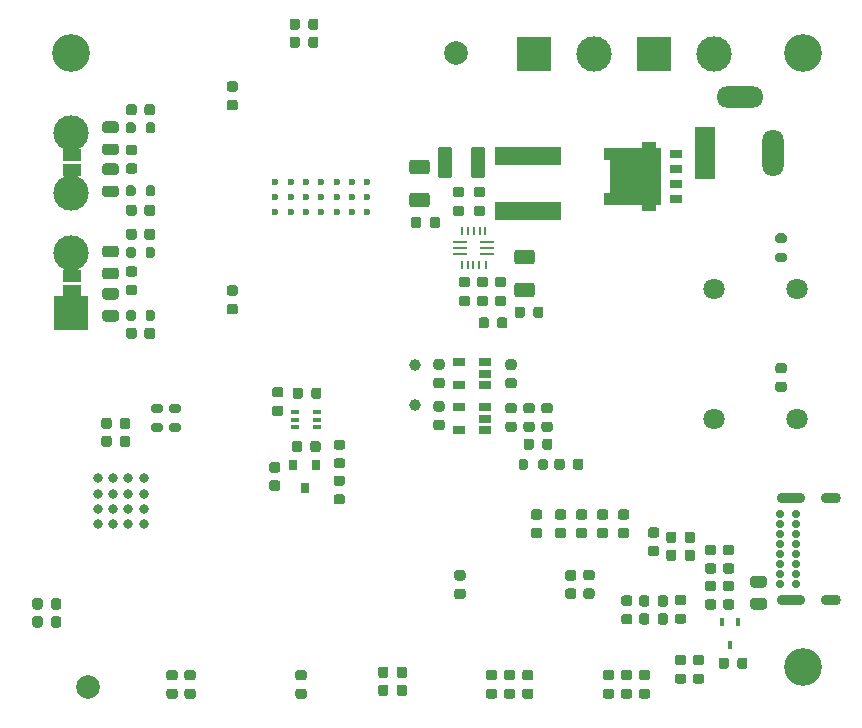
<source format=gbr>
G04 #@! TF.GenerationSoftware,KiCad,Pcbnew,(5.1.9)-1*
G04 #@! TF.CreationDate,2021-01-15T23:01:50+01:00*
G04 #@! TF.ProjectId,musical-box,6d757369-6361-46c2-9d62-6f782e6b6963,rev?*
G04 #@! TF.SameCoordinates,Original*
G04 #@! TF.FileFunction,Soldermask,Bot*
G04 #@! TF.FilePolarity,Negative*
%FSLAX46Y46*%
G04 Gerber Fmt 4.6, Leading zero omitted, Abs format (unit mm)*
G04 Created by KiCad (PCBNEW (5.1.9)-1) date 2021-01-15 23:01:50*
%MOMM*%
%LPD*%
G01*
G04 APERTURE LIST*
%ADD10C,0.010000*%
%ADD11C,1.800000*%
%ADD12C,0.600000*%
%ADD13C,0.800000*%
%ADD14C,3.000000*%
%ADD15R,3.000000X3.000000*%
%ADD16O,1.700000X0.900000*%
%ADD17O,2.400000X0.900000*%
%ADD18C,0.700000*%
%ADD19R,0.450000X0.700000*%
%ADD20R,1.000000X0.750000*%
%ADD21R,1.500000X1.000000*%
%ADD22C,3.200000*%
%ADD23R,0.800000X0.900000*%
%ADD24R,1.060000X0.650000*%
%ADD25R,0.250000X0.750000*%
%ADD26R,1.300000X0.250000*%
%ADD27R,0.650000X0.400000*%
%ADD28C,1.000000*%
%ADD29R,5.700000X1.600000*%
%ADD30R,1.800000X4.400000*%
%ADD31O,1.800000X4.000000*%
%ADD32O,4.000000X1.800000*%
%ADD33C,2.000000*%
G04 APERTURE END LIST*
D10*
G36*
X403893000Y-141826000D02*
G01*
X403893000Y-137066000D01*
X403468000Y-137066000D01*
X403468000Y-136571000D01*
X402363000Y-136571000D01*
X402363000Y-137066000D01*
X399163000Y-137066000D01*
X399163000Y-138016000D01*
X399638000Y-138016000D01*
X399638000Y-140876000D01*
X399163000Y-140876000D01*
X399163000Y-141826000D01*
X402363000Y-141826000D01*
X402363000Y-142321000D01*
X403468000Y-142321000D01*
X403468000Y-141826000D01*
X403893000Y-141826000D01*
G37*
X403893000Y-141826000D02*
X403893000Y-137066000D01*
X403468000Y-137066000D01*
X403468000Y-136571000D01*
X402363000Y-136571000D01*
X402363000Y-137066000D01*
X399163000Y-137066000D01*
X399163000Y-138016000D01*
X399638000Y-138016000D01*
X399638000Y-140876000D01*
X399163000Y-140876000D01*
X399163000Y-141826000D01*
X402363000Y-141826000D01*
X402363000Y-142321000D01*
X403468000Y-142321000D01*
X403468000Y-141826000D01*
X403893000Y-141826000D01*
D11*
X408451600Y-160000000D03*
X415451600Y-160000000D03*
X408451600Y-149000000D03*
X415451600Y-149000000D03*
D12*
X379115800Y-141196500D03*
X379115800Y-142496500D03*
X379115800Y-139896500D03*
X377815800Y-141196500D03*
X377815800Y-142496500D03*
X377815800Y-139896500D03*
X376515800Y-141196500D03*
X376515800Y-142496500D03*
X376515800Y-139896500D03*
X375215800Y-141196500D03*
X375215800Y-142496500D03*
X375215800Y-139896500D03*
X373915800Y-141196500D03*
X373915800Y-142496500D03*
X373915800Y-139896500D03*
X372615800Y-141196500D03*
X372615800Y-142496500D03*
X372615800Y-139896500D03*
X371315800Y-142496500D03*
X371315800Y-141196500D03*
X371315800Y-139896500D03*
D13*
X357567000Y-166304000D03*
X360167000Y-166304000D03*
X358867000Y-166304000D03*
X356267000Y-166304000D03*
X358867000Y-165004000D03*
X357567000Y-165004000D03*
X360167000Y-165004000D03*
X356267000Y-165004000D03*
X357567000Y-167604000D03*
X360167000Y-167604000D03*
X358867000Y-167604000D03*
X356267000Y-167604000D03*
X360167000Y-168904000D03*
X358867000Y-168904000D03*
X357567000Y-168904000D03*
X356267000Y-168904000D03*
D14*
X398260000Y-129120000D03*
D15*
X393180000Y-129120000D03*
G36*
G01*
X392715000Y-163555000D02*
X392715000Y-164105000D01*
G75*
G02*
X392515000Y-164305000I-200000J0D01*
G01*
X392115000Y-164305000D01*
G75*
G02*
X391915000Y-164105000I0J200000D01*
G01*
X391915000Y-163555000D01*
G75*
G02*
X392115000Y-163355000I200000J0D01*
G01*
X392515000Y-163355000D01*
G75*
G02*
X392715000Y-163555000I0J-200000D01*
G01*
G37*
G36*
G01*
X394365000Y-163555000D02*
X394365000Y-164105000D01*
G75*
G02*
X394165000Y-164305000I-200000J0D01*
G01*
X393765000Y-164305000D01*
G75*
G02*
X393565000Y-164105000I0J200000D01*
G01*
X393565000Y-163555000D01*
G75*
G02*
X393765000Y-163355000I200000J0D01*
G01*
X394165000Y-163355000D01*
G75*
G02*
X394365000Y-163555000I0J-200000D01*
G01*
G37*
G36*
G01*
X414410000Y-145078000D02*
X413860000Y-145078000D01*
G75*
G02*
X413660000Y-144878000I0J200000D01*
G01*
X413660000Y-144478000D01*
G75*
G02*
X413860000Y-144278000I200000J0D01*
G01*
X414410000Y-144278000D01*
G75*
G02*
X414610000Y-144478000I0J-200000D01*
G01*
X414610000Y-144878000D01*
G75*
G02*
X414410000Y-145078000I-200000J0D01*
G01*
G37*
G36*
G01*
X414410000Y-146728000D02*
X413860000Y-146728000D01*
G75*
G02*
X413660000Y-146528000I0J200000D01*
G01*
X413660000Y-146128000D01*
G75*
G02*
X413860000Y-145928000I200000J0D01*
G01*
X414410000Y-145928000D01*
G75*
G02*
X414610000Y-146128000I0J-200000D01*
G01*
X414610000Y-146528000D01*
G75*
G02*
X414410000Y-146728000I-200000J0D01*
G01*
G37*
G36*
G01*
X405882250Y-180840000D02*
X405369750Y-180840000D01*
G75*
G02*
X405151000Y-180621250I0J218750D01*
G01*
X405151000Y-180183750D01*
G75*
G02*
X405369750Y-179965000I218750J0D01*
G01*
X405882250Y-179965000D01*
G75*
G02*
X406101000Y-180183750I0J-218750D01*
G01*
X406101000Y-180621250D01*
G75*
G02*
X405882250Y-180840000I-218750J0D01*
G01*
G37*
G36*
G01*
X405882250Y-182415000D02*
X405369750Y-182415000D01*
G75*
G02*
X405151000Y-182196250I0J218750D01*
G01*
X405151000Y-181758750D01*
G75*
G02*
X405369750Y-181540000I218750J0D01*
G01*
X405882250Y-181540000D01*
G75*
G02*
X406101000Y-181758750I0J-218750D01*
G01*
X406101000Y-182196250D01*
G75*
G02*
X405882250Y-182415000I-218750J0D01*
G01*
G37*
D16*
X418380000Y-166700000D03*
X418380000Y-175350000D03*
D17*
X415000000Y-166700000D03*
X415000000Y-175350000D03*
D18*
X415370000Y-170600000D03*
X415370000Y-168050000D03*
X415370000Y-168900000D03*
X415370000Y-169750000D03*
X415370000Y-174000000D03*
X415370000Y-172300000D03*
X415370000Y-171450000D03*
X415370000Y-173150000D03*
X414020000Y-168050000D03*
X414020000Y-168900000D03*
X414020000Y-169750000D03*
X414020000Y-170600000D03*
X414020000Y-171450000D03*
X414020000Y-172300000D03*
X414020000Y-173150000D03*
X414020000Y-174000000D03*
D14*
X354000000Y-135760000D03*
D15*
X354000000Y-151000000D03*
D14*
X354000000Y-140840000D03*
X354000000Y-145920000D03*
D19*
X409817000Y-179141000D03*
X410467000Y-177141000D03*
X409167000Y-177141000D03*
G36*
G01*
X380892000Y-182711750D02*
X380892000Y-183224250D01*
G75*
G02*
X380673250Y-183443000I-218750J0D01*
G01*
X380235750Y-183443000D01*
G75*
G02*
X380017000Y-183224250I0J218750D01*
G01*
X380017000Y-182711750D01*
G75*
G02*
X380235750Y-182493000I218750J0D01*
G01*
X380673250Y-182493000D01*
G75*
G02*
X380892000Y-182711750I0J-218750D01*
G01*
G37*
G36*
G01*
X382467000Y-182711750D02*
X382467000Y-183224250D01*
G75*
G02*
X382248250Y-183443000I-218750J0D01*
G01*
X381810750Y-183443000D01*
G75*
G02*
X381592000Y-183224250I0J218750D01*
G01*
X381592000Y-182711750D01*
G75*
G02*
X381810750Y-182493000I218750J0D01*
G01*
X382248250Y-182493000D01*
G75*
G02*
X382467000Y-182711750I0J-218750D01*
G01*
G37*
G36*
G01*
X380892000Y-181187750D02*
X380892000Y-181700250D01*
G75*
G02*
X380673250Y-181919000I-218750J0D01*
G01*
X380235750Y-181919000D01*
G75*
G02*
X380017000Y-181700250I0J218750D01*
G01*
X380017000Y-181187750D01*
G75*
G02*
X380235750Y-180969000I218750J0D01*
G01*
X380673250Y-180969000D01*
G75*
G02*
X380892000Y-181187750I0J-218750D01*
G01*
G37*
G36*
G01*
X382467000Y-181187750D02*
X382467000Y-181700250D01*
G75*
G02*
X382248250Y-181919000I-218750J0D01*
G01*
X381810750Y-181919000D01*
G75*
G02*
X381592000Y-181700250I0J218750D01*
G01*
X381592000Y-181187750D01*
G75*
G02*
X381810750Y-180969000I218750J0D01*
G01*
X382248250Y-180969000D01*
G75*
G02*
X382467000Y-181187750I0J-218750D01*
G01*
G37*
G36*
G01*
X387206250Y-173667000D02*
X386693750Y-173667000D01*
G75*
G02*
X386475000Y-173448250I0J218750D01*
G01*
X386475000Y-173010750D01*
G75*
G02*
X386693750Y-172792000I218750J0D01*
G01*
X387206250Y-172792000D01*
G75*
G02*
X387425000Y-173010750I0J-218750D01*
G01*
X387425000Y-173448250D01*
G75*
G02*
X387206250Y-173667000I-218750J0D01*
G01*
G37*
G36*
G01*
X387206250Y-175242000D02*
X386693750Y-175242000D01*
G75*
G02*
X386475000Y-175023250I0J218750D01*
G01*
X386475000Y-174585750D01*
G75*
G02*
X386693750Y-174367000I218750J0D01*
G01*
X387206250Y-174367000D01*
G75*
G02*
X387425000Y-174585750I0J-218750D01*
G01*
X387425000Y-175023250D01*
G75*
G02*
X387206250Y-175242000I-218750J0D01*
G01*
G37*
G36*
G01*
X362316750Y-182810000D02*
X362829250Y-182810000D01*
G75*
G02*
X363048000Y-183028750I0J-218750D01*
G01*
X363048000Y-183466250D01*
G75*
G02*
X362829250Y-183685000I-218750J0D01*
G01*
X362316750Y-183685000D01*
G75*
G02*
X362098000Y-183466250I0J218750D01*
G01*
X362098000Y-183028750D01*
G75*
G02*
X362316750Y-182810000I218750J0D01*
G01*
G37*
G36*
G01*
X362316750Y-181235000D02*
X362829250Y-181235000D01*
G75*
G02*
X363048000Y-181453750I0J-218750D01*
G01*
X363048000Y-181891250D01*
G75*
G02*
X362829250Y-182110000I-218750J0D01*
G01*
X362316750Y-182110000D01*
G75*
G02*
X362098000Y-181891250I0J218750D01*
G01*
X362098000Y-181453750D01*
G75*
G02*
X362316750Y-181235000I218750J0D01*
G01*
G37*
G36*
G01*
X402834250Y-182110000D02*
X402321750Y-182110000D01*
G75*
G02*
X402103000Y-181891250I0J218750D01*
G01*
X402103000Y-181453750D01*
G75*
G02*
X402321750Y-181235000I218750J0D01*
G01*
X402834250Y-181235000D01*
G75*
G02*
X403053000Y-181453750I0J-218750D01*
G01*
X403053000Y-181891250D01*
G75*
G02*
X402834250Y-182110000I-218750J0D01*
G01*
G37*
G36*
G01*
X402834250Y-183685000D02*
X402321750Y-183685000D01*
G75*
G02*
X402103000Y-183466250I0J218750D01*
G01*
X402103000Y-183028750D01*
G75*
G02*
X402321750Y-182810000I218750J0D01*
G01*
X402834250Y-182810000D01*
G75*
G02*
X403053000Y-183028750I0J-218750D01*
G01*
X403053000Y-183466250D01*
G75*
G02*
X402834250Y-183685000I-218750J0D01*
G01*
G37*
G36*
G01*
X414391250Y-156138500D02*
X413878750Y-156138500D01*
G75*
G02*
X413660000Y-155919750I0J218750D01*
G01*
X413660000Y-155482250D01*
G75*
G02*
X413878750Y-155263500I218750J0D01*
G01*
X414391250Y-155263500D01*
G75*
G02*
X414610000Y-155482250I0J-218750D01*
G01*
X414610000Y-155919750D01*
G75*
G02*
X414391250Y-156138500I-218750J0D01*
G01*
G37*
G36*
G01*
X414391250Y-157713500D02*
X413878750Y-157713500D01*
G75*
G02*
X413660000Y-157494750I0J218750D01*
G01*
X413660000Y-157057250D01*
G75*
G02*
X413878750Y-156838500I218750J0D01*
G01*
X414391250Y-156838500D01*
G75*
G02*
X414610000Y-157057250I0J-218750D01*
G01*
X414610000Y-157494750D01*
G75*
G02*
X414391250Y-157713500I-218750J0D01*
G01*
G37*
D20*
X405258000Y-137541000D03*
X405258000Y-141351000D03*
X405258000Y-138811000D03*
X405258000Y-140081000D03*
G36*
G01*
X371013000Y-165186000D02*
X371513000Y-165186000D01*
G75*
G02*
X371738000Y-165411000I0J-225000D01*
G01*
X371738000Y-165861000D01*
G75*
G02*
X371513000Y-166086000I-225000J0D01*
G01*
X371013000Y-166086000D01*
G75*
G02*
X370788000Y-165861000I0J225000D01*
G01*
X370788000Y-165411000D01*
G75*
G02*
X371013000Y-165186000I225000J0D01*
G01*
G37*
G36*
G01*
X371013000Y-163636000D02*
X371513000Y-163636000D01*
G75*
G02*
X371738000Y-163861000I0J-225000D01*
G01*
X371738000Y-164311000D01*
G75*
G02*
X371513000Y-164536000I-225000J0D01*
G01*
X371013000Y-164536000D01*
G75*
G02*
X370788000Y-164311000I0J225000D01*
G01*
X370788000Y-163861000D01*
G75*
G02*
X371013000Y-163636000I225000J0D01*
G01*
G37*
G36*
G01*
X396590000Y-173680000D02*
X396090000Y-173680000D01*
G75*
G02*
X395865000Y-173455000I0J225000D01*
G01*
X395865000Y-173005000D01*
G75*
G02*
X396090000Y-172780000I225000J0D01*
G01*
X396590000Y-172780000D01*
G75*
G02*
X396815000Y-173005000I0J-225000D01*
G01*
X396815000Y-173455000D01*
G75*
G02*
X396590000Y-173680000I-225000J0D01*
G01*
G37*
G36*
G01*
X396590000Y-175230000D02*
X396090000Y-175230000D01*
G75*
G02*
X395865000Y-175005000I0J225000D01*
G01*
X395865000Y-174555000D01*
G75*
G02*
X396090000Y-174330000I225000J0D01*
G01*
X396590000Y-174330000D01*
G75*
G02*
X396815000Y-174555000I0J-225000D01*
G01*
X396815000Y-175005000D01*
G75*
G02*
X396590000Y-175230000I-225000J0D01*
G01*
G37*
G36*
G01*
X358163000Y-160618250D02*
X358163000Y-160105750D01*
G75*
G02*
X358381750Y-159887000I218750J0D01*
G01*
X358819250Y-159887000D01*
G75*
G02*
X359038000Y-160105750I0J-218750D01*
G01*
X359038000Y-160618250D01*
G75*
G02*
X358819250Y-160837000I-218750J0D01*
G01*
X358381750Y-160837000D01*
G75*
G02*
X358163000Y-160618250I0J218750D01*
G01*
G37*
G36*
G01*
X356588000Y-160618250D02*
X356588000Y-160105750D01*
G75*
G02*
X356806750Y-159887000I218750J0D01*
G01*
X357244250Y-159887000D01*
G75*
G02*
X357463000Y-160105750I0J-218750D01*
G01*
X357463000Y-160618250D01*
G75*
G02*
X357244250Y-160837000I-218750J0D01*
G01*
X356806750Y-160837000D01*
G75*
G02*
X356588000Y-160618250I0J218750D01*
G01*
G37*
G36*
G01*
X361018500Y-160333000D02*
X361568500Y-160333000D01*
G75*
G02*
X361768500Y-160533000I0J-200000D01*
G01*
X361768500Y-160933000D01*
G75*
G02*
X361568500Y-161133000I-200000J0D01*
G01*
X361018500Y-161133000D01*
G75*
G02*
X360818500Y-160933000I0J200000D01*
G01*
X360818500Y-160533000D01*
G75*
G02*
X361018500Y-160333000I200000J0D01*
G01*
G37*
G36*
G01*
X361018500Y-158683000D02*
X361568500Y-158683000D01*
G75*
G02*
X361768500Y-158883000I0J-200000D01*
G01*
X361768500Y-159283000D01*
G75*
G02*
X361568500Y-159483000I-200000J0D01*
G01*
X361018500Y-159483000D01*
G75*
G02*
X360818500Y-159283000I0J200000D01*
G01*
X360818500Y-158883000D01*
G75*
G02*
X361018500Y-158683000I200000J0D01*
G01*
G37*
G36*
G01*
X362542500Y-160333000D02*
X363092500Y-160333000D01*
G75*
G02*
X363292500Y-160533000I0J-200000D01*
G01*
X363292500Y-160933000D01*
G75*
G02*
X363092500Y-161133000I-200000J0D01*
G01*
X362542500Y-161133000D01*
G75*
G02*
X362342500Y-160933000I0J200000D01*
G01*
X362342500Y-160533000D01*
G75*
G02*
X362542500Y-160333000I200000J0D01*
G01*
G37*
G36*
G01*
X362542500Y-158683000D02*
X363092500Y-158683000D01*
G75*
G02*
X363292500Y-158883000I0J-200000D01*
G01*
X363292500Y-159283000D01*
G75*
G02*
X363092500Y-159483000I-200000J0D01*
G01*
X362542500Y-159483000D01*
G75*
G02*
X362342500Y-159283000I0J200000D01*
G01*
X362342500Y-158883000D01*
G75*
G02*
X362542500Y-158683000I200000J0D01*
G01*
G37*
D21*
X354064000Y-138914000D03*
X354064000Y-137614000D03*
X354064000Y-149168000D03*
X354064000Y-147868000D03*
G36*
G01*
X359481000Y-135068000D02*
X359481000Y-135618000D01*
G75*
G02*
X359281000Y-135818000I-200000J0D01*
G01*
X358881000Y-135818000D01*
G75*
G02*
X358681000Y-135618000I0J200000D01*
G01*
X358681000Y-135068000D01*
G75*
G02*
X358881000Y-134868000I200000J0D01*
G01*
X359281000Y-134868000D01*
G75*
G02*
X359481000Y-135068000I0J-200000D01*
G01*
G37*
G36*
G01*
X361131000Y-135068000D02*
X361131000Y-135618000D01*
G75*
G02*
X360931000Y-135818000I-200000J0D01*
G01*
X360531000Y-135818000D01*
G75*
G02*
X360331000Y-135618000I0J200000D01*
G01*
X360331000Y-135068000D01*
G75*
G02*
X360531000Y-134868000I200000J0D01*
G01*
X360931000Y-134868000D01*
G75*
G02*
X361131000Y-135068000I0J-200000D01*
G01*
G37*
G36*
G01*
X359481000Y-140402000D02*
X359481000Y-140952000D01*
G75*
G02*
X359281000Y-141152000I-200000J0D01*
G01*
X358881000Y-141152000D01*
G75*
G02*
X358681000Y-140952000I0J200000D01*
G01*
X358681000Y-140402000D01*
G75*
G02*
X358881000Y-140202000I200000J0D01*
G01*
X359281000Y-140202000D01*
G75*
G02*
X359481000Y-140402000I0J-200000D01*
G01*
G37*
G36*
G01*
X361131000Y-140402000D02*
X361131000Y-140952000D01*
G75*
G02*
X360931000Y-141152000I-200000J0D01*
G01*
X360531000Y-141152000D01*
G75*
G02*
X360331000Y-140952000I0J200000D01*
G01*
X360331000Y-140402000D01*
G75*
G02*
X360531000Y-140202000I200000J0D01*
G01*
X360931000Y-140202000D01*
G75*
G02*
X361131000Y-140402000I0J-200000D01*
G01*
G37*
G36*
G01*
X359481000Y-145609000D02*
X359481000Y-146159000D01*
G75*
G02*
X359281000Y-146359000I-200000J0D01*
G01*
X358881000Y-146359000D01*
G75*
G02*
X358681000Y-146159000I0J200000D01*
G01*
X358681000Y-145609000D01*
G75*
G02*
X358881000Y-145409000I200000J0D01*
G01*
X359281000Y-145409000D01*
G75*
G02*
X359481000Y-145609000I0J-200000D01*
G01*
G37*
G36*
G01*
X361131000Y-145609000D02*
X361131000Y-146159000D01*
G75*
G02*
X360931000Y-146359000I-200000J0D01*
G01*
X360531000Y-146359000D01*
G75*
G02*
X360331000Y-146159000I0J200000D01*
G01*
X360331000Y-145609000D01*
G75*
G02*
X360531000Y-145409000I200000J0D01*
G01*
X360931000Y-145409000D01*
G75*
G02*
X361131000Y-145609000I0J-200000D01*
G01*
G37*
G36*
G01*
X359481000Y-150943000D02*
X359481000Y-151493000D01*
G75*
G02*
X359281000Y-151693000I-200000J0D01*
G01*
X358881000Y-151693000D01*
G75*
G02*
X358681000Y-151493000I0J200000D01*
G01*
X358681000Y-150943000D01*
G75*
G02*
X358881000Y-150743000I200000J0D01*
G01*
X359281000Y-150743000D01*
G75*
G02*
X359481000Y-150943000I0J-200000D01*
G01*
G37*
G36*
G01*
X361131000Y-150943000D02*
X361131000Y-151493000D01*
G75*
G02*
X360931000Y-151693000I-200000J0D01*
G01*
X360531000Y-151693000D01*
G75*
G02*
X360331000Y-151493000I0J200000D01*
G01*
X360331000Y-150943000D01*
G75*
G02*
X360531000Y-150743000I200000J0D01*
G01*
X360931000Y-150743000D01*
G75*
G02*
X361131000Y-150943000I0J-200000D01*
G01*
G37*
G36*
G01*
X359581000Y-133569000D02*
X359581000Y-134069000D01*
G75*
G02*
X359356000Y-134294000I-225000J0D01*
G01*
X358906000Y-134294000D01*
G75*
G02*
X358681000Y-134069000I0J225000D01*
G01*
X358681000Y-133569000D01*
G75*
G02*
X358906000Y-133344000I225000J0D01*
G01*
X359356000Y-133344000D01*
G75*
G02*
X359581000Y-133569000I0J-225000D01*
G01*
G37*
G36*
G01*
X361131000Y-133569000D02*
X361131000Y-134069000D01*
G75*
G02*
X360906000Y-134294000I-225000J0D01*
G01*
X360456000Y-134294000D01*
G75*
G02*
X360231000Y-134069000I0J225000D01*
G01*
X360231000Y-133569000D01*
G75*
G02*
X360456000Y-133344000I225000J0D01*
G01*
X360906000Y-133344000D01*
G75*
G02*
X361131000Y-133569000I0J-225000D01*
G01*
G37*
G36*
G01*
X359581000Y-142078000D02*
X359581000Y-142578000D01*
G75*
G02*
X359356000Y-142803000I-225000J0D01*
G01*
X358906000Y-142803000D01*
G75*
G02*
X358681000Y-142578000I0J225000D01*
G01*
X358681000Y-142078000D01*
G75*
G02*
X358906000Y-141853000I225000J0D01*
G01*
X359356000Y-141853000D01*
G75*
G02*
X359581000Y-142078000I0J-225000D01*
G01*
G37*
G36*
G01*
X361131000Y-142078000D02*
X361131000Y-142578000D01*
G75*
G02*
X360906000Y-142803000I-225000J0D01*
G01*
X360456000Y-142803000D01*
G75*
G02*
X360231000Y-142578000I0J225000D01*
G01*
X360231000Y-142078000D01*
G75*
G02*
X360456000Y-141853000I225000J0D01*
G01*
X360906000Y-141853000D01*
G75*
G02*
X361131000Y-142078000I0J-225000D01*
G01*
G37*
G36*
G01*
X359581000Y-144110000D02*
X359581000Y-144610000D01*
G75*
G02*
X359356000Y-144835000I-225000J0D01*
G01*
X358906000Y-144835000D01*
G75*
G02*
X358681000Y-144610000I0J225000D01*
G01*
X358681000Y-144110000D01*
G75*
G02*
X358906000Y-143885000I225000J0D01*
G01*
X359356000Y-143885000D01*
G75*
G02*
X359581000Y-144110000I0J-225000D01*
G01*
G37*
G36*
G01*
X361131000Y-144110000D02*
X361131000Y-144610000D01*
G75*
G02*
X360906000Y-144835000I-225000J0D01*
G01*
X360456000Y-144835000D01*
G75*
G02*
X360231000Y-144610000I0J225000D01*
G01*
X360231000Y-144110000D01*
G75*
G02*
X360456000Y-143885000I225000J0D01*
G01*
X360906000Y-143885000D01*
G75*
G02*
X361131000Y-144110000I0J-225000D01*
G01*
G37*
G36*
G01*
X359581000Y-152492000D02*
X359581000Y-152992000D01*
G75*
G02*
X359356000Y-153217000I-225000J0D01*
G01*
X358906000Y-153217000D01*
G75*
G02*
X358681000Y-152992000I0J225000D01*
G01*
X358681000Y-152492000D01*
G75*
G02*
X358906000Y-152267000I225000J0D01*
G01*
X359356000Y-152267000D01*
G75*
G02*
X359581000Y-152492000I0J-225000D01*
G01*
G37*
G36*
G01*
X361131000Y-152492000D02*
X361131000Y-152992000D01*
G75*
G02*
X360906000Y-153217000I-225000J0D01*
G01*
X360456000Y-153217000D01*
G75*
G02*
X360231000Y-152992000I0J225000D01*
G01*
X360231000Y-152492000D01*
G75*
G02*
X360456000Y-152267000I225000J0D01*
G01*
X360906000Y-152267000D01*
G75*
G02*
X361131000Y-152492000I0J-225000D01*
G01*
G37*
G36*
G01*
X398128250Y-173641500D02*
X397615750Y-173641500D01*
G75*
G02*
X397397000Y-173422750I0J218750D01*
G01*
X397397000Y-172985250D01*
G75*
G02*
X397615750Y-172766500I218750J0D01*
G01*
X398128250Y-172766500D01*
G75*
G02*
X398347000Y-172985250I0J-218750D01*
G01*
X398347000Y-173422750D01*
G75*
G02*
X398128250Y-173641500I-218750J0D01*
G01*
G37*
G36*
G01*
X398128250Y-175216500D02*
X397615750Y-175216500D01*
G75*
G02*
X397397000Y-174997750I0J218750D01*
G01*
X397397000Y-174560250D01*
G75*
G02*
X397615750Y-174341500I218750J0D01*
G01*
X398128250Y-174341500D01*
G75*
G02*
X398347000Y-174560250I0J-218750D01*
G01*
X398347000Y-174997750D01*
G75*
G02*
X398128250Y-175216500I-218750J0D01*
G01*
G37*
D22*
X416000000Y-181000000D03*
D23*
X373803000Y-165861000D03*
X374753000Y-163861000D03*
X372853000Y-163861000D03*
D24*
X386873000Y-159017000D03*
X386873000Y-160917000D03*
X389073000Y-160917000D03*
X389073000Y-159967000D03*
X389073000Y-159017000D03*
X386873000Y-155207000D03*
X386873000Y-157107000D03*
X389073000Y-157107000D03*
X389073000Y-156157000D03*
X389073000Y-155207000D03*
D25*
X389104000Y-144074000D03*
X388608000Y-144074000D03*
X388104000Y-144074000D03*
X387604000Y-144074000D03*
X387084000Y-144074000D03*
D26*
X386950000Y-145020000D03*
X386950000Y-145520000D03*
X386950000Y-146020000D03*
D25*
X387096000Y-146974000D03*
X387596000Y-146974000D03*
X388096000Y-146974000D03*
X388596000Y-146974000D03*
X389116000Y-146974000D03*
D26*
X389250000Y-146028000D03*
X389250000Y-145528000D03*
X389250000Y-145028000D03*
G36*
G01*
X373399000Y-127847750D02*
X373399000Y-128360250D01*
G75*
G02*
X373180250Y-128579000I-218750J0D01*
G01*
X372742750Y-128579000D01*
G75*
G02*
X372524000Y-128360250I0J218750D01*
G01*
X372524000Y-127847750D01*
G75*
G02*
X372742750Y-127629000I218750J0D01*
G01*
X373180250Y-127629000D01*
G75*
G02*
X373399000Y-127847750I0J-218750D01*
G01*
G37*
G36*
G01*
X374974000Y-127847750D02*
X374974000Y-128360250D01*
G75*
G02*
X374755250Y-128579000I-218750J0D01*
G01*
X374317750Y-128579000D01*
G75*
G02*
X374099000Y-128360250I0J218750D01*
G01*
X374099000Y-127847750D01*
G75*
G02*
X374317750Y-127629000I218750J0D01*
G01*
X374755250Y-127629000D01*
G75*
G02*
X374974000Y-127847750I0J-218750D01*
G01*
G37*
G36*
G01*
X373399000Y-126323750D02*
X373399000Y-126836250D01*
G75*
G02*
X373180250Y-127055000I-218750J0D01*
G01*
X372742750Y-127055000D01*
G75*
G02*
X372524000Y-126836250I0J218750D01*
G01*
X372524000Y-126323750D01*
G75*
G02*
X372742750Y-126105000I218750J0D01*
G01*
X373180250Y-126105000D01*
G75*
G02*
X373399000Y-126323750I0J-218750D01*
G01*
G37*
G36*
G01*
X374974000Y-126323750D02*
X374974000Y-126836250D01*
G75*
G02*
X374755250Y-127055000I-218750J0D01*
G01*
X374317750Y-127055000D01*
G75*
G02*
X374099000Y-126836250I0J218750D01*
G01*
X374099000Y-126323750D01*
G75*
G02*
X374317750Y-126105000I218750J0D01*
G01*
X374755250Y-126105000D01*
G75*
G02*
X374974000Y-126323750I0J-218750D01*
G01*
G37*
G36*
G01*
X407406250Y-180840000D02*
X406893750Y-180840000D01*
G75*
G02*
X406675000Y-180621250I0J218750D01*
G01*
X406675000Y-180183750D01*
G75*
G02*
X406893750Y-179965000I218750J0D01*
G01*
X407406250Y-179965000D01*
G75*
G02*
X407625000Y-180183750I0J-218750D01*
G01*
X407625000Y-180621250D01*
G75*
G02*
X407406250Y-180840000I-218750J0D01*
G01*
G37*
G36*
G01*
X407406250Y-182415000D02*
X406893750Y-182415000D01*
G75*
G02*
X406675000Y-182196250I0J218750D01*
G01*
X406675000Y-181758750D01*
G75*
G02*
X406893750Y-181540000I218750J0D01*
G01*
X407406250Y-181540000D01*
G75*
G02*
X407625000Y-181758750I0J-218750D01*
G01*
X407625000Y-182196250D01*
G75*
G02*
X407406250Y-182415000I-218750J0D01*
G01*
G37*
G36*
G01*
X399786250Y-182110000D02*
X399273750Y-182110000D01*
G75*
G02*
X399055000Y-181891250I0J218750D01*
G01*
X399055000Y-181453750D01*
G75*
G02*
X399273750Y-181235000I218750J0D01*
G01*
X399786250Y-181235000D01*
G75*
G02*
X400005000Y-181453750I0J-218750D01*
G01*
X400005000Y-181891250D01*
G75*
G02*
X399786250Y-182110000I-218750J0D01*
G01*
G37*
G36*
G01*
X399786250Y-183685000D02*
X399273750Y-183685000D01*
G75*
G02*
X399055000Y-183466250I0J218750D01*
G01*
X399055000Y-183028750D01*
G75*
G02*
X399273750Y-182810000I218750J0D01*
G01*
X399786250Y-182810000D01*
G75*
G02*
X400005000Y-183028750I0J-218750D01*
G01*
X400005000Y-183466250D01*
G75*
G02*
X399786250Y-183685000I-218750J0D01*
G01*
G37*
G36*
G01*
X401310250Y-182110000D02*
X400797750Y-182110000D01*
G75*
G02*
X400579000Y-181891250I0J218750D01*
G01*
X400579000Y-181453750D01*
G75*
G02*
X400797750Y-181235000I218750J0D01*
G01*
X401310250Y-181235000D01*
G75*
G02*
X401529000Y-181453750I0J-218750D01*
G01*
X401529000Y-181891250D01*
G75*
G02*
X401310250Y-182110000I-218750J0D01*
G01*
G37*
G36*
G01*
X401310250Y-183685000D02*
X400797750Y-183685000D01*
G75*
G02*
X400579000Y-183466250I0J218750D01*
G01*
X400579000Y-183028750D01*
G75*
G02*
X400797750Y-182810000I218750J0D01*
G01*
X401310250Y-182810000D01*
G75*
G02*
X401529000Y-183028750I0J-218750D01*
G01*
X401529000Y-183466250D01*
G75*
G02*
X401310250Y-183685000I-218750J0D01*
G01*
G37*
G36*
G01*
X389880250Y-182110000D02*
X389367750Y-182110000D01*
G75*
G02*
X389149000Y-181891250I0J218750D01*
G01*
X389149000Y-181453750D01*
G75*
G02*
X389367750Y-181235000I218750J0D01*
G01*
X389880250Y-181235000D01*
G75*
G02*
X390099000Y-181453750I0J-218750D01*
G01*
X390099000Y-181891250D01*
G75*
G02*
X389880250Y-182110000I-218750J0D01*
G01*
G37*
G36*
G01*
X389880250Y-183685000D02*
X389367750Y-183685000D01*
G75*
G02*
X389149000Y-183466250I0J218750D01*
G01*
X389149000Y-183028750D01*
G75*
G02*
X389367750Y-182810000I218750J0D01*
G01*
X389880250Y-182810000D01*
G75*
G02*
X390099000Y-183028750I0J-218750D01*
G01*
X390099000Y-183466250D01*
G75*
G02*
X389880250Y-183685000I-218750J0D01*
G01*
G37*
G36*
G01*
X391404250Y-182110000D02*
X390891750Y-182110000D01*
G75*
G02*
X390673000Y-181891250I0J218750D01*
G01*
X390673000Y-181453750D01*
G75*
G02*
X390891750Y-181235000I218750J0D01*
G01*
X391404250Y-181235000D01*
G75*
G02*
X391623000Y-181453750I0J-218750D01*
G01*
X391623000Y-181891250D01*
G75*
G02*
X391404250Y-182110000I-218750J0D01*
G01*
G37*
G36*
G01*
X391404250Y-183685000D02*
X390891750Y-183685000D01*
G75*
G02*
X390673000Y-183466250I0J218750D01*
G01*
X390673000Y-183028750D01*
G75*
G02*
X390891750Y-182810000I218750J0D01*
G01*
X391404250Y-182810000D01*
G75*
G02*
X391623000Y-183028750I0J-218750D01*
G01*
X391623000Y-183466250D01*
G75*
G02*
X391404250Y-183685000I-218750J0D01*
G01*
G37*
G36*
G01*
X392947250Y-182110000D02*
X392434750Y-182110000D01*
G75*
G02*
X392216000Y-181891250I0J218750D01*
G01*
X392216000Y-181453750D01*
G75*
G02*
X392434750Y-181235000I218750J0D01*
G01*
X392947250Y-181235000D01*
G75*
G02*
X393166000Y-181453750I0J-218750D01*
G01*
X393166000Y-181891250D01*
G75*
G02*
X392947250Y-182110000I-218750J0D01*
G01*
G37*
G36*
G01*
X392947250Y-183685000D02*
X392434750Y-183685000D01*
G75*
G02*
X392216000Y-183466250I0J218750D01*
G01*
X392216000Y-183028750D01*
G75*
G02*
X392434750Y-182810000I218750J0D01*
G01*
X392947250Y-182810000D01*
G75*
G02*
X393166000Y-183028750I0J-218750D01*
G01*
X393166000Y-183466250D01*
G75*
G02*
X392947250Y-183685000I-218750J0D01*
G01*
G37*
G36*
G01*
X371260750Y-158861000D02*
X371773250Y-158861000D01*
G75*
G02*
X371992000Y-159079750I0J-218750D01*
G01*
X371992000Y-159517250D01*
G75*
G02*
X371773250Y-159736000I-218750J0D01*
G01*
X371260750Y-159736000D01*
G75*
G02*
X371042000Y-159517250I0J218750D01*
G01*
X371042000Y-159079750D01*
G75*
G02*
X371260750Y-158861000I218750J0D01*
G01*
G37*
G36*
G01*
X371260750Y-157286000D02*
X371773250Y-157286000D01*
G75*
G02*
X371992000Y-157504750I0J-218750D01*
G01*
X371992000Y-157942250D01*
G75*
G02*
X371773250Y-158161000I-218750J0D01*
G01*
X371260750Y-158161000D01*
G75*
G02*
X371042000Y-157942250I0J218750D01*
G01*
X371042000Y-157504750D01*
G75*
G02*
X371260750Y-157286000I218750J0D01*
G01*
G37*
G36*
G01*
X373580000Y-162064750D02*
X373580000Y-162577250D01*
G75*
G02*
X373361250Y-162796000I-218750J0D01*
G01*
X372923750Y-162796000D01*
G75*
G02*
X372705000Y-162577250I0J218750D01*
G01*
X372705000Y-162064750D01*
G75*
G02*
X372923750Y-161846000I218750J0D01*
G01*
X373361250Y-161846000D01*
G75*
G02*
X373580000Y-162064750I0J-218750D01*
G01*
G37*
G36*
G01*
X375155000Y-162064750D02*
X375155000Y-162577250D01*
G75*
G02*
X374936250Y-162796000I-218750J0D01*
G01*
X374498750Y-162796000D01*
G75*
G02*
X374280000Y-162577250I0J218750D01*
G01*
X374280000Y-162064750D01*
G75*
G02*
X374498750Y-161846000I218750J0D01*
G01*
X374936250Y-161846000D01*
G75*
G02*
X375155000Y-162064750I0J-218750D01*
G01*
G37*
G36*
G01*
X374353000Y-158078250D02*
X374353000Y-157565750D01*
G75*
G02*
X374571750Y-157347000I218750J0D01*
G01*
X375009250Y-157347000D01*
G75*
G02*
X375228000Y-157565750I0J-218750D01*
G01*
X375228000Y-158078250D01*
G75*
G02*
X375009250Y-158297000I-218750J0D01*
G01*
X374571750Y-158297000D01*
G75*
G02*
X374353000Y-158078250I0J218750D01*
G01*
G37*
G36*
G01*
X372778000Y-158078250D02*
X372778000Y-157565750D01*
G75*
G02*
X372996750Y-157347000I218750J0D01*
G01*
X373434250Y-157347000D01*
G75*
G02*
X373653000Y-157565750I0J-218750D01*
G01*
X373653000Y-158078250D01*
G75*
G02*
X373434250Y-158297000I-218750J0D01*
G01*
X372996750Y-158297000D01*
G75*
G02*
X372778000Y-158078250I0J218750D01*
G01*
G37*
G36*
G01*
X376498750Y-163306000D02*
X377011250Y-163306000D01*
G75*
G02*
X377230000Y-163524750I0J-218750D01*
G01*
X377230000Y-163962250D01*
G75*
G02*
X377011250Y-164181000I-218750J0D01*
G01*
X376498750Y-164181000D01*
G75*
G02*
X376280000Y-163962250I0J218750D01*
G01*
X376280000Y-163524750D01*
G75*
G02*
X376498750Y-163306000I218750J0D01*
G01*
G37*
G36*
G01*
X376498750Y-161731000D02*
X377011250Y-161731000D01*
G75*
G02*
X377230000Y-161949750I0J-218750D01*
G01*
X377230000Y-162387250D01*
G75*
G02*
X377011250Y-162606000I-218750J0D01*
G01*
X376498750Y-162606000D01*
G75*
G02*
X376280000Y-162387250I0J218750D01*
G01*
X376280000Y-161949750D01*
G75*
G02*
X376498750Y-161731000I218750J0D01*
G01*
G37*
G36*
G01*
X358163000Y-162142250D02*
X358163000Y-161629750D01*
G75*
G02*
X358381750Y-161411000I218750J0D01*
G01*
X358819250Y-161411000D01*
G75*
G02*
X359038000Y-161629750I0J-218750D01*
G01*
X359038000Y-162142250D01*
G75*
G02*
X358819250Y-162361000I-218750J0D01*
G01*
X358381750Y-162361000D01*
G75*
G02*
X358163000Y-162142250I0J218750D01*
G01*
G37*
G36*
G01*
X356588000Y-162142250D02*
X356588000Y-161629750D01*
G75*
G02*
X356806750Y-161411000I218750J0D01*
G01*
X357244250Y-161411000D01*
G75*
G02*
X357463000Y-161629750I0J-218750D01*
G01*
X357463000Y-162142250D01*
G75*
G02*
X357244250Y-162361000I-218750J0D01*
G01*
X356806750Y-162361000D01*
G75*
G02*
X356588000Y-162142250I0J218750D01*
G01*
G37*
G36*
G01*
X376999250Y-165654000D02*
X376486750Y-165654000D01*
G75*
G02*
X376268000Y-165435250I0J218750D01*
G01*
X376268000Y-164997750D01*
G75*
G02*
X376486750Y-164779000I218750J0D01*
G01*
X376999250Y-164779000D01*
G75*
G02*
X377218000Y-164997750I0J-218750D01*
G01*
X377218000Y-165435250D01*
G75*
G02*
X376999250Y-165654000I-218750J0D01*
G01*
G37*
G36*
G01*
X376999250Y-167229000D02*
X376486750Y-167229000D01*
G75*
G02*
X376268000Y-167010250I0J218750D01*
G01*
X376268000Y-166572750D01*
G75*
G02*
X376486750Y-166354000I218750J0D01*
G01*
X376999250Y-166354000D01*
G75*
G02*
X377218000Y-166572750I0J-218750D01*
G01*
X377218000Y-167010250D01*
G75*
G02*
X376999250Y-167229000I-218750J0D01*
G01*
G37*
G36*
G01*
X397500250Y-168521000D02*
X396987750Y-168521000D01*
G75*
G02*
X396769000Y-168302250I0J218750D01*
G01*
X396769000Y-167864750D01*
G75*
G02*
X396987750Y-167646000I218750J0D01*
G01*
X397500250Y-167646000D01*
G75*
G02*
X397719000Y-167864750I0J-218750D01*
G01*
X397719000Y-168302250D01*
G75*
G02*
X397500250Y-168521000I-218750J0D01*
G01*
G37*
G36*
G01*
X397500250Y-170096000D02*
X396987750Y-170096000D01*
G75*
G02*
X396769000Y-169877250I0J218750D01*
G01*
X396769000Y-169439750D01*
G75*
G02*
X396987750Y-169221000I218750J0D01*
G01*
X397500250Y-169221000D01*
G75*
G02*
X397719000Y-169439750I0J-218750D01*
G01*
X397719000Y-169877250D01*
G75*
G02*
X397500250Y-170096000I-218750J0D01*
G01*
G37*
G36*
G01*
X393211000Y-161883750D02*
X393211000Y-162396250D01*
G75*
G02*
X392992250Y-162615000I-218750J0D01*
G01*
X392554750Y-162615000D01*
G75*
G02*
X392336000Y-162396250I0J218750D01*
G01*
X392336000Y-161883750D01*
G75*
G02*
X392554750Y-161665000I218750J0D01*
G01*
X392992250Y-161665000D01*
G75*
G02*
X393211000Y-161883750I0J-218750D01*
G01*
G37*
G36*
G01*
X394786000Y-161883750D02*
X394786000Y-162396250D01*
G75*
G02*
X394567250Y-162615000I-218750J0D01*
G01*
X394129750Y-162615000D01*
G75*
G02*
X393911000Y-162396250I0J218750D01*
G01*
X393911000Y-161883750D01*
G75*
G02*
X394129750Y-161665000I218750J0D01*
G01*
X394567250Y-161665000D01*
G75*
G02*
X394786000Y-161883750I0J-218750D01*
G01*
G37*
G36*
G01*
X394066750Y-160204000D02*
X394579250Y-160204000D01*
G75*
G02*
X394798000Y-160422750I0J-218750D01*
G01*
X394798000Y-160860250D01*
G75*
G02*
X394579250Y-161079000I-218750J0D01*
G01*
X394066750Y-161079000D01*
G75*
G02*
X393848000Y-160860250I0J218750D01*
G01*
X393848000Y-160422750D01*
G75*
G02*
X394066750Y-160204000I218750J0D01*
G01*
G37*
G36*
G01*
X394066750Y-158629000D02*
X394579250Y-158629000D01*
G75*
G02*
X394798000Y-158847750I0J-218750D01*
G01*
X394798000Y-159285250D01*
G75*
G02*
X394579250Y-159504000I-218750J0D01*
G01*
X394066750Y-159504000D01*
G75*
G02*
X393848000Y-159285250I0J218750D01*
G01*
X393848000Y-158847750D01*
G75*
G02*
X394066750Y-158629000I218750J0D01*
G01*
G37*
G36*
G01*
X399278250Y-168521000D02*
X398765750Y-168521000D01*
G75*
G02*
X398547000Y-168302250I0J218750D01*
G01*
X398547000Y-167864750D01*
G75*
G02*
X398765750Y-167646000I218750J0D01*
G01*
X399278250Y-167646000D01*
G75*
G02*
X399497000Y-167864750I0J-218750D01*
G01*
X399497000Y-168302250D01*
G75*
G02*
X399278250Y-168521000I-218750J0D01*
G01*
G37*
G36*
G01*
X399278250Y-170096000D02*
X398765750Y-170096000D01*
G75*
G02*
X398547000Y-169877250I0J218750D01*
G01*
X398547000Y-169439750D01*
G75*
G02*
X398765750Y-169221000I218750J0D01*
G01*
X399278250Y-169221000D01*
G75*
G02*
X399497000Y-169439750I0J-218750D01*
G01*
X399497000Y-169877250D01*
G75*
G02*
X399278250Y-170096000I-218750J0D01*
G01*
G37*
G36*
G01*
X395722250Y-168521000D02*
X395209750Y-168521000D01*
G75*
G02*
X394991000Y-168302250I0J218750D01*
G01*
X394991000Y-167864750D01*
G75*
G02*
X395209750Y-167646000I218750J0D01*
G01*
X395722250Y-167646000D01*
G75*
G02*
X395941000Y-167864750I0J-218750D01*
G01*
X395941000Y-168302250D01*
G75*
G02*
X395722250Y-168521000I-218750J0D01*
G01*
G37*
G36*
G01*
X395722250Y-170096000D02*
X395209750Y-170096000D01*
G75*
G02*
X394991000Y-169877250I0J218750D01*
G01*
X394991000Y-169439750D01*
G75*
G02*
X395209750Y-169221000I218750J0D01*
G01*
X395722250Y-169221000D01*
G75*
G02*
X395941000Y-169439750I0J-218750D01*
G01*
X395941000Y-169877250D01*
G75*
G02*
X395722250Y-170096000I-218750J0D01*
G01*
G37*
G36*
G01*
X387594250Y-148850000D02*
X387081750Y-148850000D01*
G75*
G02*
X386863000Y-148631250I0J218750D01*
G01*
X386863000Y-148193750D01*
G75*
G02*
X387081750Y-147975000I218750J0D01*
G01*
X387594250Y-147975000D01*
G75*
G02*
X387813000Y-148193750I0J-218750D01*
G01*
X387813000Y-148631250D01*
G75*
G02*
X387594250Y-148850000I-218750J0D01*
G01*
G37*
G36*
G01*
X387594250Y-150425000D02*
X387081750Y-150425000D01*
G75*
G02*
X386863000Y-150206250I0J218750D01*
G01*
X386863000Y-149768750D01*
G75*
G02*
X387081750Y-149550000I218750J0D01*
G01*
X387594250Y-149550000D01*
G75*
G02*
X387813000Y-149768750I0J-218750D01*
G01*
X387813000Y-150206250D01*
G75*
G02*
X387594250Y-150425000I-218750J0D01*
G01*
G37*
G36*
G01*
X388605750Y-149550000D02*
X389118250Y-149550000D01*
G75*
G02*
X389337000Y-149768750I0J-218750D01*
G01*
X389337000Y-150206250D01*
G75*
G02*
X389118250Y-150425000I-218750J0D01*
G01*
X388605750Y-150425000D01*
G75*
G02*
X388387000Y-150206250I0J218750D01*
G01*
X388387000Y-149768750D01*
G75*
G02*
X388605750Y-149550000I218750J0D01*
G01*
G37*
G36*
G01*
X388605750Y-147975000D02*
X389118250Y-147975000D01*
G75*
G02*
X389337000Y-148193750I0J-218750D01*
G01*
X389337000Y-148631250D01*
G75*
G02*
X389118250Y-148850000I-218750J0D01*
G01*
X388605750Y-148850000D01*
G75*
G02*
X388387000Y-148631250I0J218750D01*
G01*
X388387000Y-148193750D01*
G75*
G02*
X388605750Y-147975000I218750J0D01*
G01*
G37*
G36*
G01*
X403083750Y-170745000D02*
X403596250Y-170745000D01*
G75*
G02*
X403815000Y-170963750I0J-218750D01*
G01*
X403815000Y-171401250D01*
G75*
G02*
X403596250Y-171620000I-218750J0D01*
G01*
X403083750Y-171620000D01*
G75*
G02*
X402865000Y-171401250I0J218750D01*
G01*
X402865000Y-170963750D01*
G75*
G02*
X403083750Y-170745000I218750J0D01*
G01*
G37*
G36*
G01*
X403083750Y-169170000D02*
X403596250Y-169170000D01*
G75*
G02*
X403815000Y-169388750I0J-218750D01*
G01*
X403815000Y-169826250D01*
G75*
G02*
X403596250Y-170045000I-218750J0D01*
G01*
X403083750Y-170045000D01*
G75*
G02*
X402865000Y-169826250I0J218750D01*
G01*
X402865000Y-169388750D01*
G75*
G02*
X403083750Y-169170000I218750J0D01*
G01*
G37*
G36*
G01*
X400825750Y-176507000D02*
X401338250Y-176507000D01*
G75*
G02*
X401557000Y-176725750I0J-218750D01*
G01*
X401557000Y-177163250D01*
G75*
G02*
X401338250Y-177382000I-218750J0D01*
G01*
X400825750Y-177382000D01*
G75*
G02*
X400607000Y-177163250I0J218750D01*
G01*
X400607000Y-176725750D01*
G75*
G02*
X400825750Y-176507000I218750J0D01*
G01*
G37*
G36*
G01*
X400825750Y-174932000D02*
X401338250Y-174932000D01*
G75*
G02*
X401557000Y-175150750I0J-218750D01*
G01*
X401557000Y-175588250D01*
G75*
G02*
X401338250Y-175807000I-218750J0D01*
G01*
X400825750Y-175807000D01*
G75*
G02*
X400607000Y-175588250I0J218750D01*
G01*
X400607000Y-175150750D01*
G75*
G02*
X400825750Y-174932000I218750J0D01*
G01*
G37*
G36*
G01*
X386309000Y-137203000D02*
X386309000Y-139353000D01*
G75*
G02*
X386059000Y-139603000I-250000J0D01*
G01*
X385309000Y-139603000D01*
G75*
G02*
X385059000Y-139353000I0J250000D01*
G01*
X385059000Y-137203000D01*
G75*
G02*
X385309000Y-136953000I250000J0D01*
G01*
X386059000Y-136953000D01*
G75*
G02*
X386309000Y-137203000I0J-250000D01*
G01*
G37*
G36*
G01*
X389109000Y-137203000D02*
X389109000Y-139353000D01*
G75*
G02*
X388859000Y-139603000I-250000J0D01*
G01*
X388109000Y-139603000D01*
G75*
G02*
X387859000Y-139353000I0J250000D01*
G01*
X387859000Y-137203000D01*
G75*
G02*
X388109000Y-136953000I250000J0D01*
G01*
X388859000Y-136953000D01*
G75*
G02*
X389109000Y-137203000I0J-250000D01*
G01*
G37*
G36*
G01*
X384386000Y-143614250D02*
X384386000Y-143101750D01*
G75*
G02*
X384604750Y-142883000I218750J0D01*
G01*
X385042250Y-142883000D01*
G75*
G02*
X385261000Y-143101750I0J-218750D01*
G01*
X385261000Y-143614250D01*
G75*
G02*
X385042250Y-143833000I-218750J0D01*
G01*
X384604750Y-143833000D01*
G75*
G02*
X384386000Y-143614250I0J218750D01*
G01*
G37*
G36*
G01*
X382811000Y-143614250D02*
X382811000Y-143101750D01*
G75*
G02*
X383029750Y-142883000I218750J0D01*
G01*
X383467250Y-142883000D01*
G75*
G02*
X383686000Y-143101750I0J-218750D01*
G01*
X383686000Y-143614250D01*
G75*
G02*
X383467250Y-143833000I-218750J0D01*
G01*
X383029750Y-143833000D01*
G75*
G02*
X382811000Y-143614250I0J218750D01*
G01*
G37*
G36*
G01*
X405276000Y-169757750D02*
X405276000Y-170270250D01*
G75*
G02*
X405057250Y-170489000I-218750J0D01*
G01*
X404619750Y-170489000D01*
G75*
G02*
X404401000Y-170270250I0J218750D01*
G01*
X404401000Y-169757750D01*
G75*
G02*
X404619750Y-169539000I218750J0D01*
G01*
X405057250Y-169539000D01*
G75*
G02*
X405276000Y-169757750I0J-218750D01*
G01*
G37*
G36*
G01*
X406851000Y-169757750D02*
X406851000Y-170270250D01*
G75*
G02*
X406632250Y-170489000I-218750J0D01*
G01*
X406194750Y-170489000D01*
G75*
G02*
X405976000Y-170270250I0J218750D01*
G01*
X405976000Y-169757750D01*
G75*
G02*
X406194750Y-169539000I218750J0D01*
G01*
X406632250Y-169539000D01*
G75*
G02*
X406851000Y-169757750I0J-218750D01*
G01*
G37*
G36*
G01*
X405976000Y-171794250D02*
X405976000Y-171281750D01*
G75*
G02*
X406194750Y-171063000I218750J0D01*
G01*
X406632250Y-171063000D01*
G75*
G02*
X406851000Y-171281750I0J-218750D01*
G01*
X406851000Y-171794250D01*
G75*
G02*
X406632250Y-172013000I-218750J0D01*
G01*
X406194750Y-172013000D01*
G75*
G02*
X405976000Y-171794250I0J218750D01*
G01*
G37*
G36*
G01*
X404401000Y-171794250D02*
X404401000Y-171281750D01*
G75*
G02*
X404619750Y-171063000I218750J0D01*
G01*
X405057250Y-171063000D01*
G75*
G02*
X405276000Y-171281750I0J-218750D01*
G01*
X405276000Y-171794250D01*
G75*
G02*
X405057250Y-172013000I-218750J0D01*
G01*
X404619750Y-172013000D01*
G75*
G02*
X404401000Y-171794250I0J218750D01*
G01*
G37*
G36*
G01*
X407909750Y-175253000D02*
X408422250Y-175253000D01*
G75*
G02*
X408641000Y-175471750I0J-218750D01*
G01*
X408641000Y-175909250D01*
G75*
G02*
X408422250Y-176128000I-218750J0D01*
G01*
X407909750Y-176128000D01*
G75*
G02*
X407691000Y-175909250I0J218750D01*
G01*
X407691000Y-175471750D01*
G75*
G02*
X407909750Y-175253000I218750J0D01*
G01*
G37*
G36*
G01*
X407909750Y-173678000D02*
X408422250Y-173678000D01*
G75*
G02*
X408641000Y-173896750I0J-218750D01*
G01*
X408641000Y-174334250D01*
G75*
G02*
X408422250Y-174553000I-218750J0D01*
G01*
X407909750Y-174553000D01*
G75*
G02*
X407691000Y-174334250I0J218750D01*
G01*
X407691000Y-173896750D01*
G75*
G02*
X407909750Y-173678000I218750J0D01*
G01*
G37*
G36*
G01*
X407909750Y-172205000D02*
X408422250Y-172205000D01*
G75*
G02*
X408641000Y-172423750I0J-218750D01*
G01*
X408641000Y-172861250D01*
G75*
G02*
X408422250Y-173080000I-218750J0D01*
G01*
X407909750Y-173080000D01*
G75*
G02*
X407691000Y-172861250I0J218750D01*
G01*
X407691000Y-172423750D01*
G75*
G02*
X407909750Y-172205000I218750J0D01*
G01*
G37*
G36*
G01*
X407909750Y-170630000D02*
X408422250Y-170630000D01*
G75*
G02*
X408641000Y-170848750I0J-218750D01*
G01*
X408641000Y-171286250D01*
G75*
G02*
X408422250Y-171505000I-218750J0D01*
G01*
X407909750Y-171505000D01*
G75*
G02*
X407691000Y-171286250I0J218750D01*
G01*
X407691000Y-170848750D01*
G75*
G02*
X407909750Y-170630000I218750J0D01*
G01*
G37*
G36*
G01*
X392449000Y-150707750D02*
X392449000Y-151220250D01*
G75*
G02*
X392230250Y-151439000I-218750J0D01*
G01*
X391792750Y-151439000D01*
G75*
G02*
X391574000Y-151220250I0J218750D01*
G01*
X391574000Y-150707750D01*
G75*
G02*
X391792750Y-150489000I218750J0D01*
G01*
X392230250Y-150489000D01*
G75*
G02*
X392449000Y-150707750I0J-218750D01*
G01*
G37*
G36*
G01*
X394024000Y-150707750D02*
X394024000Y-151220250D01*
G75*
G02*
X393805250Y-151439000I-218750J0D01*
G01*
X393367750Y-151439000D01*
G75*
G02*
X393149000Y-151220250I0J218750D01*
G01*
X393149000Y-150707750D01*
G75*
G02*
X393367750Y-150489000I218750J0D01*
G01*
X393805250Y-150489000D01*
G75*
G02*
X394024000Y-150707750I0J-218750D01*
G01*
G37*
G36*
G01*
X409946250Y-174553000D02*
X409433750Y-174553000D01*
G75*
G02*
X409215000Y-174334250I0J218750D01*
G01*
X409215000Y-173896750D01*
G75*
G02*
X409433750Y-173678000I218750J0D01*
G01*
X409946250Y-173678000D01*
G75*
G02*
X410165000Y-173896750I0J-218750D01*
G01*
X410165000Y-174334250D01*
G75*
G02*
X409946250Y-174553000I-218750J0D01*
G01*
G37*
G36*
G01*
X409946250Y-176128000D02*
X409433750Y-176128000D01*
G75*
G02*
X409215000Y-175909250I0J218750D01*
G01*
X409215000Y-175471750D01*
G75*
G02*
X409433750Y-175253000I218750J0D01*
G01*
X409946250Y-175253000D01*
G75*
G02*
X410165000Y-175471750I0J-218750D01*
G01*
X410165000Y-175909250D01*
G75*
G02*
X409946250Y-176128000I-218750J0D01*
G01*
G37*
G36*
G01*
X389401000Y-151596750D02*
X389401000Y-152109250D01*
G75*
G02*
X389182250Y-152328000I-218750J0D01*
G01*
X388744750Y-152328000D01*
G75*
G02*
X388526000Y-152109250I0J218750D01*
G01*
X388526000Y-151596750D01*
G75*
G02*
X388744750Y-151378000I218750J0D01*
G01*
X389182250Y-151378000D01*
G75*
G02*
X389401000Y-151596750I0J-218750D01*
G01*
G37*
G36*
G01*
X390976000Y-151596750D02*
X390976000Y-152109250D01*
G75*
G02*
X390757250Y-152328000I-218750J0D01*
G01*
X390319750Y-152328000D01*
G75*
G02*
X390101000Y-152109250I0J218750D01*
G01*
X390101000Y-151596750D01*
G75*
G02*
X390319750Y-151378000I218750J0D01*
G01*
X390757250Y-151378000D01*
G75*
G02*
X390976000Y-151596750I0J-218750D01*
G01*
G37*
G36*
G01*
X401056250Y-168521000D02*
X400543750Y-168521000D01*
G75*
G02*
X400325000Y-168302250I0J218750D01*
G01*
X400325000Y-167864750D01*
G75*
G02*
X400543750Y-167646000I218750J0D01*
G01*
X401056250Y-167646000D01*
G75*
G02*
X401275000Y-167864750I0J-218750D01*
G01*
X401275000Y-168302250D01*
G75*
G02*
X401056250Y-168521000I-218750J0D01*
G01*
G37*
G36*
G01*
X401056250Y-170096000D02*
X400543750Y-170096000D01*
G75*
G02*
X400325000Y-169877250I0J218750D01*
G01*
X400325000Y-169439750D01*
G75*
G02*
X400543750Y-169221000I218750J0D01*
G01*
X401056250Y-169221000D01*
G75*
G02*
X401275000Y-169439750I0J-218750D01*
G01*
X401275000Y-169877250D01*
G75*
G02*
X401056250Y-170096000I-218750J0D01*
G01*
G37*
G36*
G01*
X393690250Y-168521000D02*
X393177750Y-168521000D01*
G75*
G02*
X392959000Y-168302250I0J218750D01*
G01*
X392959000Y-167864750D01*
G75*
G02*
X393177750Y-167646000I218750J0D01*
G01*
X393690250Y-167646000D01*
G75*
G02*
X393909000Y-167864750I0J-218750D01*
G01*
X393909000Y-168302250D01*
G75*
G02*
X393690250Y-168521000I-218750J0D01*
G01*
G37*
G36*
G01*
X393690250Y-170096000D02*
X393177750Y-170096000D01*
G75*
G02*
X392959000Y-169877250I0J218750D01*
G01*
X392959000Y-169439750D01*
G75*
G02*
X393177750Y-169221000I218750J0D01*
G01*
X393690250Y-169221000D01*
G75*
G02*
X393909000Y-169439750I0J-218750D01*
G01*
X393909000Y-169877250D01*
G75*
G02*
X393690250Y-170096000I-218750J0D01*
G01*
G37*
D27*
X372980000Y-159385000D03*
X372980000Y-160685000D03*
X374880000Y-160035000D03*
X372980000Y-160035000D03*
X374880000Y-160685000D03*
X374880000Y-159385000D03*
D28*
X383147000Y-158838000D03*
X383147000Y-155409000D03*
D29*
X392672000Y-137706000D03*
X392672000Y-142406000D03*
D30*
X407658000Y-137502000D03*
D31*
X413458000Y-137502000D03*
D32*
X410658000Y-132702000D03*
D14*
X408420000Y-129120000D03*
D15*
X403340000Y-129120000D03*
D22*
X354000000Y-129000000D03*
X416000000Y-129000000D03*
D33*
X386576000Y-128993000D03*
X355461000Y-182714000D03*
G36*
G01*
X356909750Y-136674000D02*
X357822250Y-136674000D01*
G75*
G02*
X358066000Y-136917750I0J-243750D01*
G01*
X358066000Y-137405250D01*
G75*
G02*
X357822250Y-137649000I-243750J0D01*
G01*
X356909750Y-137649000D01*
G75*
G02*
X356666000Y-137405250I0J243750D01*
G01*
X356666000Y-136917750D01*
G75*
G02*
X356909750Y-136674000I243750J0D01*
G01*
G37*
G36*
G01*
X356909750Y-134799000D02*
X357822250Y-134799000D01*
G75*
G02*
X358066000Y-135042750I0J-243750D01*
G01*
X358066000Y-135530250D01*
G75*
G02*
X357822250Y-135774000I-243750J0D01*
G01*
X356909750Y-135774000D01*
G75*
G02*
X356666000Y-135530250I0J243750D01*
G01*
X356666000Y-135042750D01*
G75*
G02*
X356909750Y-134799000I243750J0D01*
G01*
G37*
G36*
G01*
X367928250Y-132274000D02*
X367415750Y-132274000D01*
G75*
G02*
X367197000Y-132055250I0J218750D01*
G01*
X367197000Y-131617750D01*
G75*
G02*
X367415750Y-131399000I218750J0D01*
G01*
X367928250Y-131399000D01*
G75*
G02*
X368147000Y-131617750I0J-218750D01*
G01*
X368147000Y-132055250D01*
G75*
G02*
X367928250Y-132274000I-218750J0D01*
G01*
G37*
G36*
G01*
X367928250Y-133849000D02*
X367415750Y-133849000D01*
G75*
G02*
X367197000Y-133630250I0J218750D01*
G01*
X367197000Y-133192750D01*
G75*
G02*
X367415750Y-132974000I218750J0D01*
G01*
X367928250Y-132974000D01*
G75*
G02*
X368147000Y-133192750I0J-218750D01*
G01*
X368147000Y-133630250D01*
G75*
G02*
X367928250Y-133849000I-218750J0D01*
G01*
G37*
G36*
G01*
X359400250Y-137652000D02*
X358887750Y-137652000D01*
G75*
G02*
X358669000Y-137433250I0J218750D01*
G01*
X358669000Y-136995750D01*
G75*
G02*
X358887750Y-136777000I218750J0D01*
G01*
X359400250Y-136777000D01*
G75*
G02*
X359619000Y-136995750I0J-218750D01*
G01*
X359619000Y-137433250D01*
G75*
G02*
X359400250Y-137652000I-218750J0D01*
G01*
G37*
G36*
G01*
X359400250Y-139227000D02*
X358887750Y-139227000D01*
G75*
G02*
X358669000Y-139008250I0J218750D01*
G01*
X358669000Y-138570750D01*
G75*
G02*
X358887750Y-138352000I218750J0D01*
G01*
X359400250Y-138352000D01*
G75*
G02*
X359619000Y-138570750I0J-218750D01*
G01*
X359619000Y-139008250D01*
G75*
G02*
X359400250Y-139227000I-218750J0D01*
G01*
G37*
G36*
G01*
X357822250Y-139330000D02*
X356909750Y-139330000D01*
G75*
G02*
X356666000Y-139086250I0J243750D01*
G01*
X356666000Y-138598750D01*
G75*
G02*
X356909750Y-138355000I243750J0D01*
G01*
X357822250Y-138355000D01*
G75*
G02*
X358066000Y-138598750I0J-243750D01*
G01*
X358066000Y-139086250D01*
G75*
G02*
X357822250Y-139330000I-243750J0D01*
G01*
G37*
G36*
G01*
X357822250Y-141205000D02*
X356909750Y-141205000D01*
G75*
G02*
X356666000Y-140961250I0J243750D01*
G01*
X356666000Y-140473750D01*
G75*
G02*
X356909750Y-140230000I243750J0D01*
G01*
X357822250Y-140230000D01*
G75*
G02*
X358066000Y-140473750I0J-243750D01*
G01*
X358066000Y-140961250D01*
G75*
G02*
X357822250Y-141205000I-243750J0D01*
G01*
G37*
G36*
G01*
X356909750Y-147190000D02*
X357822250Y-147190000D01*
G75*
G02*
X358066000Y-147433750I0J-243750D01*
G01*
X358066000Y-147921250D01*
G75*
G02*
X357822250Y-148165000I-243750J0D01*
G01*
X356909750Y-148165000D01*
G75*
G02*
X356666000Y-147921250I0J243750D01*
G01*
X356666000Y-147433750D01*
G75*
G02*
X356909750Y-147190000I243750J0D01*
G01*
G37*
G36*
G01*
X356909750Y-145315000D02*
X357822250Y-145315000D01*
G75*
G02*
X358066000Y-145558750I0J-243750D01*
G01*
X358066000Y-146046250D01*
G75*
G02*
X357822250Y-146290000I-243750J0D01*
G01*
X356909750Y-146290000D01*
G75*
G02*
X356666000Y-146046250I0J243750D01*
G01*
X356666000Y-145558750D01*
G75*
G02*
X356909750Y-145315000I243750J0D01*
G01*
G37*
G36*
G01*
X359400250Y-147939500D02*
X358887750Y-147939500D01*
G75*
G02*
X358669000Y-147720750I0J218750D01*
G01*
X358669000Y-147283250D01*
G75*
G02*
X358887750Y-147064500I218750J0D01*
G01*
X359400250Y-147064500D01*
G75*
G02*
X359619000Y-147283250I0J-218750D01*
G01*
X359619000Y-147720750D01*
G75*
G02*
X359400250Y-147939500I-218750J0D01*
G01*
G37*
G36*
G01*
X359400250Y-149514500D02*
X358887750Y-149514500D01*
G75*
G02*
X358669000Y-149295750I0J218750D01*
G01*
X358669000Y-148858250D01*
G75*
G02*
X358887750Y-148639500I218750J0D01*
G01*
X359400250Y-148639500D01*
G75*
G02*
X359619000Y-148858250I0J-218750D01*
G01*
X359619000Y-149295750D01*
G75*
G02*
X359400250Y-149514500I-218750J0D01*
G01*
G37*
G36*
G01*
X357822250Y-149879000D02*
X356909750Y-149879000D01*
G75*
G02*
X356666000Y-149635250I0J243750D01*
G01*
X356666000Y-149147750D01*
G75*
G02*
X356909750Y-148904000I243750J0D01*
G01*
X357822250Y-148904000D01*
G75*
G02*
X358066000Y-149147750I0J-243750D01*
G01*
X358066000Y-149635250D01*
G75*
G02*
X357822250Y-149879000I-243750J0D01*
G01*
G37*
G36*
G01*
X357822250Y-151754000D02*
X356909750Y-151754000D01*
G75*
G02*
X356666000Y-151510250I0J243750D01*
G01*
X356666000Y-151022750D01*
G75*
G02*
X356909750Y-150779000I243750J0D01*
G01*
X357822250Y-150779000D01*
G75*
G02*
X358066000Y-151022750I0J-243750D01*
G01*
X358066000Y-151510250D01*
G75*
G02*
X357822250Y-151754000I-243750J0D01*
G01*
G37*
G36*
G01*
X367415750Y-150246000D02*
X367928250Y-150246000D01*
G75*
G02*
X368147000Y-150464750I0J-218750D01*
G01*
X368147000Y-150902250D01*
G75*
G02*
X367928250Y-151121000I-218750J0D01*
G01*
X367415750Y-151121000D01*
G75*
G02*
X367197000Y-150902250I0J218750D01*
G01*
X367197000Y-150464750D01*
G75*
G02*
X367415750Y-150246000I218750J0D01*
G01*
G37*
G36*
G01*
X367415750Y-148671000D02*
X367928250Y-148671000D01*
G75*
G02*
X368147000Y-148889750I0J-218750D01*
G01*
X368147000Y-149327250D01*
G75*
G02*
X367928250Y-149546000I-218750J0D01*
G01*
X367415750Y-149546000D01*
G75*
G02*
X367197000Y-149327250I0J218750D01*
G01*
X367197000Y-148889750D01*
G75*
G02*
X367415750Y-148671000I218750J0D01*
G01*
G37*
G36*
G01*
X410421000Y-180938250D02*
X410421000Y-180425750D01*
G75*
G02*
X410639750Y-180207000I218750J0D01*
G01*
X411077250Y-180207000D01*
G75*
G02*
X411296000Y-180425750I0J-218750D01*
G01*
X411296000Y-180938250D01*
G75*
G02*
X411077250Y-181157000I-218750J0D01*
G01*
X410639750Y-181157000D01*
G75*
G02*
X410421000Y-180938250I0J218750D01*
G01*
G37*
G36*
G01*
X408846000Y-180938250D02*
X408846000Y-180425750D01*
G75*
G02*
X409064750Y-180207000I218750J0D01*
G01*
X409502250Y-180207000D01*
G75*
G02*
X409721000Y-180425750I0J-218750D01*
G01*
X409721000Y-180938250D01*
G75*
G02*
X409502250Y-181157000I-218750J0D01*
G01*
X409064750Y-181157000D01*
G75*
G02*
X408846000Y-180938250I0J218750D01*
G01*
G37*
G36*
G01*
X373238750Y-182810000D02*
X373751250Y-182810000D01*
G75*
G02*
X373970000Y-183028750I0J-218750D01*
G01*
X373970000Y-183466250D01*
G75*
G02*
X373751250Y-183685000I-218750J0D01*
G01*
X373238750Y-183685000D01*
G75*
G02*
X373020000Y-183466250I0J218750D01*
G01*
X373020000Y-183028750D01*
G75*
G02*
X373238750Y-182810000I218750J0D01*
G01*
G37*
G36*
G01*
X373238750Y-181235000D02*
X373751250Y-181235000D01*
G75*
G02*
X373970000Y-181453750I0J-218750D01*
G01*
X373970000Y-181891250D01*
G75*
G02*
X373751250Y-182110000I-218750J0D01*
G01*
X373238750Y-182110000D01*
G75*
G02*
X373020000Y-181891250I0J218750D01*
G01*
X373020000Y-181453750D01*
G75*
G02*
X373238750Y-181235000I218750J0D01*
G01*
G37*
G36*
G01*
X363840750Y-182810000D02*
X364353250Y-182810000D01*
G75*
G02*
X364572000Y-183028750I0J-218750D01*
G01*
X364572000Y-183466250D01*
G75*
G02*
X364353250Y-183685000I-218750J0D01*
G01*
X363840750Y-183685000D01*
G75*
G02*
X363622000Y-183466250I0J218750D01*
G01*
X363622000Y-183028750D01*
G75*
G02*
X363840750Y-182810000I218750J0D01*
G01*
G37*
G36*
G01*
X363840750Y-181235000D02*
X364353250Y-181235000D01*
G75*
G02*
X364572000Y-181453750I0J-218750D01*
G01*
X364572000Y-181891250D01*
G75*
G02*
X364353250Y-182110000I-218750J0D01*
G01*
X363840750Y-182110000D01*
G75*
G02*
X363622000Y-181891250I0J218750D01*
G01*
X363622000Y-181453750D01*
G75*
G02*
X363840750Y-181235000I218750J0D01*
G01*
G37*
G36*
G01*
X351621000Y-176915750D02*
X351621000Y-177428250D01*
G75*
G02*
X351402250Y-177647000I-218750J0D01*
G01*
X350964750Y-177647000D01*
G75*
G02*
X350746000Y-177428250I0J218750D01*
G01*
X350746000Y-176915750D01*
G75*
G02*
X350964750Y-176697000I218750J0D01*
G01*
X351402250Y-176697000D01*
G75*
G02*
X351621000Y-176915750I0J-218750D01*
G01*
G37*
G36*
G01*
X353196000Y-176915750D02*
X353196000Y-177428250D01*
G75*
G02*
X352977250Y-177647000I-218750J0D01*
G01*
X352539750Y-177647000D01*
G75*
G02*
X352321000Y-177428250I0J218750D01*
G01*
X352321000Y-176915750D01*
G75*
G02*
X352539750Y-176697000I218750J0D01*
G01*
X352977250Y-176697000D01*
G75*
G02*
X353196000Y-176915750I0J-218750D01*
G01*
G37*
G36*
G01*
X351621000Y-175391750D02*
X351621000Y-175904250D01*
G75*
G02*
X351402250Y-176123000I-218750J0D01*
G01*
X350964750Y-176123000D01*
G75*
G02*
X350746000Y-175904250I0J218750D01*
G01*
X350746000Y-175391750D01*
G75*
G02*
X350964750Y-175173000I218750J0D01*
G01*
X351402250Y-175173000D01*
G75*
G02*
X351621000Y-175391750I0J-218750D01*
G01*
G37*
G36*
G01*
X353196000Y-175391750D02*
X353196000Y-175904250D01*
G75*
G02*
X352977250Y-176123000I-218750J0D01*
G01*
X352539750Y-176123000D01*
G75*
G02*
X352321000Y-175904250I0J218750D01*
G01*
X352321000Y-175391750D01*
G75*
G02*
X352539750Y-175173000I218750J0D01*
G01*
X352977250Y-175173000D01*
G75*
G02*
X353196000Y-175391750I0J-218750D01*
G01*
G37*
G36*
G01*
X385435250Y-159363000D02*
X384922750Y-159363000D01*
G75*
G02*
X384704000Y-159144250I0J218750D01*
G01*
X384704000Y-158706750D01*
G75*
G02*
X384922750Y-158488000I218750J0D01*
G01*
X385435250Y-158488000D01*
G75*
G02*
X385654000Y-158706750I0J-218750D01*
G01*
X385654000Y-159144250D01*
G75*
G02*
X385435250Y-159363000I-218750J0D01*
G01*
G37*
G36*
G01*
X385435250Y-160938000D02*
X384922750Y-160938000D01*
G75*
G02*
X384704000Y-160719250I0J218750D01*
G01*
X384704000Y-160281750D01*
G75*
G02*
X384922750Y-160063000I218750J0D01*
G01*
X385435250Y-160063000D01*
G75*
G02*
X385654000Y-160281750I0J-218750D01*
G01*
X385654000Y-160719250D01*
G75*
G02*
X385435250Y-160938000I-218750J0D01*
G01*
G37*
G36*
G01*
X391531250Y-159504000D02*
X391018750Y-159504000D01*
G75*
G02*
X390800000Y-159285250I0J218750D01*
G01*
X390800000Y-158847750D01*
G75*
G02*
X391018750Y-158629000I218750J0D01*
G01*
X391531250Y-158629000D01*
G75*
G02*
X391750000Y-158847750I0J-218750D01*
G01*
X391750000Y-159285250D01*
G75*
G02*
X391531250Y-159504000I-218750J0D01*
G01*
G37*
G36*
G01*
X391531250Y-161079000D02*
X391018750Y-161079000D01*
G75*
G02*
X390800000Y-160860250I0J218750D01*
G01*
X390800000Y-160422750D01*
G75*
G02*
X391018750Y-160204000I218750J0D01*
G01*
X391531250Y-160204000D01*
G75*
G02*
X391750000Y-160422750I0J-218750D01*
G01*
X391750000Y-160860250D01*
G75*
G02*
X391531250Y-161079000I-218750J0D01*
G01*
G37*
G36*
G01*
X391531250Y-155821000D02*
X391018750Y-155821000D01*
G75*
G02*
X390800000Y-155602250I0J218750D01*
G01*
X390800000Y-155164750D01*
G75*
G02*
X391018750Y-154946000I218750J0D01*
G01*
X391531250Y-154946000D01*
G75*
G02*
X391750000Y-155164750I0J-218750D01*
G01*
X391750000Y-155602250D01*
G75*
G02*
X391531250Y-155821000I-218750J0D01*
G01*
G37*
G36*
G01*
X391531250Y-157396000D02*
X391018750Y-157396000D01*
G75*
G02*
X390800000Y-157177250I0J218750D01*
G01*
X390800000Y-156739750D01*
G75*
G02*
X391018750Y-156521000I218750J0D01*
G01*
X391531250Y-156521000D01*
G75*
G02*
X391750000Y-156739750I0J-218750D01*
G01*
X391750000Y-157177250D01*
G75*
G02*
X391531250Y-157396000I-218750J0D01*
G01*
G37*
G36*
G01*
X385435250Y-155807000D02*
X384922750Y-155807000D01*
G75*
G02*
X384704000Y-155588250I0J218750D01*
G01*
X384704000Y-155150750D01*
G75*
G02*
X384922750Y-154932000I218750J0D01*
G01*
X385435250Y-154932000D01*
G75*
G02*
X385654000Y-155150750I0J-218750D01*
G01*
X385654000Y-155588250D01*
G75*
G02*
X385435250Y-155807000I-218750J0D01*
G01*
G37*
G36*
G01*
X385435250Y-157382000D02*
X384922750Y-157382000D01*
G75*
G02*
X384704000Y-157163250I0J218750D01*
G01*
X384704000Y-156725750D01*
G75*
G02*
X384922750Y-156507000I218750J0D01*
G01*
X385435250Y-156507000D01*
G75*
G02*
X385654000Y-156725750I0J-218750D01*
G01*
X385654000Y-157163250D01*
G75*
G02*
X385435250Y-157382000I-218750J0D01*
G01*
G37*
G36*
G01*
X393055250Y-159504000D02*
X392542750Y-159504000D01*
G75*
G02*
X392324000Y-159285250I0J218750D01*
G01*
X392324000Y-158847750D01*
G75*
G02*
X392542750Y-158629000I218750J0D01*
G01*
X393055250Y-158629000D01*
G75*
G02*
X393274000Y-158847750I0J-218750D01*
G01*
X393274000Y-159285250D01*
G75*
G02*
X393055250Y-159504000I-218750J0D01*
G01*
G37*
G36*
G01*
X393055250Y-161079000D02*
X392542750Y-161079000D01*
G75*
G02*
X392324000Y-160860250I0J218750D01*
G01*
X392324000Y-160422750D01*
G75*
G02*
X392542750Y-160204000I218750J0D01*
G01*
X393055250Y-160204000D01*
G75*
G02*
X393274000Y-160422750I0J-218750D01*
G01*
X393274000Y-160860250D01*
G75*
G02*
X393055250Y-161079000I-218750J0D01*
G01*
G37*
G36*
G01*
X396520000Y-164076250D02*
X396520000Y-163563750D01*
G75*
G02*
X396738750Y-163345000I218750J0D01*
G01*
X397176250Y-163345000D01*
G75*
G02*
X397395000Y-163563750I0J-218750D01*
G01*
X397395000Y-164076250D01*
G75*
G02*
X397176250Y-164295000I-218750J0D01*
G01*
X396738750Y-164295000D01*
G75*
G02*
X396520000Y-164076250I0J218750D01*
G01*
G37*
G36*
G01*
X394945000Y-164076250D02*
X394945000Y-163563750D01*
G75*
G02*
X395163750Y-163345000I218750J0D01*
G01*
X395601250Y-163345000D01*
G75*
G02*
X395820000Y-163563750I0J-218750D01*
G01*
X395820000Y-164076250D01*
G75*
G02*
X395601250Y-164295000I-218750J0D01*
G01*
X395163750Y-164295000D01*
G75*
G02*
X394945000Y-164076250I0J218750D01*
G01*
G37*
G36*
G01*
X386573750Y-141930000D02*
X387086250Y-141930000D01*
G75*
G02*
X387305000Y-142148750I0J-218750D01*
G01*
X387305000Y-142586250D01*
G75*
G02*
X387086250Y-142805000I-218750J0D01*
G01*
X386573750Y-142805000D01*
G75*
G02*
X386355000Y-142586250I0J218750D01*
G01*
X386355000Y-142148750D01*
G75*
G02*
X386573750Y-141930000I218750J0D01*
G01*
G37*
G36*
G01*
X386573750Y-140355000D02*
X387086250Y-140355000D01*
G75*
G02*
X387305000Y-140573750I0J-218750D01*
G01*
X387305000Y-141011250D01*
G75*
G02*
X387086250Y-141230000I-218750J0D01*
G01*
X386573750Y-141230000D01*
G75*
G02*
X386355000Y-141011250I0J218750D01*
G01*
X386355000Y-140573750D01*
G75*
G02*
X386573750Y-140355000I218750J0D01*
G01*
G37*
G36*
G01*
X390642250Y-148850000D02*
X390129750Y-148850000D01*
G75*
G02*
X389911000Y-148631250I0J218750D01*
G01*
X389911000Y-148193750D01*
G75*
G02*
X390129750Y-147975000I218750J0D01*
G01*
X390642250Y-147975000D01*
G75*
G02*
X390861000Y-148193750I0J-218750D01*
G01*
X390861000Y-148631250D01*
G75*
G02*
X390642250Y-148850000I-218750J0D01*
G01*
G37*
G36*
G01*
X390642250Y-150425000D02*
X390129750Y-150425000D01*
G75*
G02*
X389911000Y-150206250I0J218750D01*
G01*
X389911000Y-149768750D01*
G75*
G02*
X390129750Y-149550000I218750J0D01*
G01*
X390642250Y-149550000D01*
G75*
G02*
X390861000Y-149768750I0J-218750D01*
G01*
X390861000Y-150206250D01*
G75*
G02*
X390642250Y-150425000I-218750J0D01*
G01*
G37*
G36*
G01*
X388864250Y-141230000D02*
X388351750Y-141230000D01*
G75*
G02*
X388133000Y-141011250I0J218750D01*
G01*
X388133000Y-140573750D01*
G75*
G02*
X388351750Y-140355000I218750J0D01*
G01*
X388864250Y-140355000D01*
G75*
G02*
X389083000Y-140573750I0J-218750D01*
G01*
X389083000Y-141011250D01*
G75*
G02*
X388864250Y-141230000I-218750J0D01*
G01*
G37*
G36*
G01*
X388864250Y-142805000D02*
X388351750Y-142805000D01*
G75*
G02*
X388133000Y-142586250I0J218750D01*
G01*
X388133000Y-142148750D01*
G75*
G02*
X388351750Y-141930000I218750J0D01*
G01*
X388864250Y-141930000D01*
G75*
G02*
X389083000Y-142148750I0J-218750D01*
G01*
X389083000Y-142586250D01*
G75*
G02*
X388864250Y-142805000I-218750J0D01*
G01*
G37*
G36*
G01*
X384153000Y-139281000D02*
X382903000Y-139281000D01*
G75*
G02*
X382653000Y-139031000I0J250000D01*
G01*
X382653000Y-138281000D01*
G75*
G02*
X382903000Y-138031000I250000J0D01*
G01*
X384153000Y-138031000D01*
G75*
G02*
X384403000Y-138281000I0J-250000D01*
G01*
X384403000Y-139031000D01*
G75*
G02*
X384153000Y-139281000I-250000J0D01*
G01*
G37*
G36*
G01*
X384153000Y-142081000D02*
X382903000Y-142081000D01*
G75*
G02*
X382653000Y-141831000I0J250000D01*
G01*
X382653000Y-141081000D01*
G75*
G02*
X382903000Y-140831000I250000J0D01*
G01*
X384153000Y-140831000D01*
G75*
G02*
X384403000Y-141081000I0J-250000D01*
G01*
X384403000Y-141831000D01*
G75*
G02*
X384153000Y-142081000I-250000J0D01*
G01*
G37*
G36*
G01*
X393043000Y-146901000D02*
X391793000Y-146901000D01*
G75*
G02*
X391543000Y-146651000I0J250000D01*
G01*
X391543000Y-145901000D01*
G75*
G02*
X391793000Y-145651000I250000J0D01*
G01*
X393043000Y-145651000D01*
G75*
G02*
X393293000Y-145901000I0J-250000D01*
G01*
X393293000Y-146651000D01*
G75*
G02*
X393043000Y-146901000I-250000J0D01*
G01*
G37*
G36*
G01*
X393043000Y-149701000D02*
X391793000Y-149701000D01*
G75*
G02*
X391543000Y-149451000I0J250000D01*
G01*
X391543000Y-148701000D01*
G75*
G02*
X391793000Y-148451000I250000J0D01*
G01*
X393043000Y-148451000D01*
G75*
G02*
X393293000Y-148701000I0J-250000D01*
G01*
X393293000Y-149451000D01*
G75*
G02*
X393043000Y-149701000I-250000J0D01*
G01*
G37*
G36*
G01*
X402990000Y-176662750D02*
X402990000Y-177175250D01*
G75*
G02*
X402771250Y-177394000I-218750J0D01*
G01*
X402333750Y-177394000D01*
G75*
G02*
X402115000Y-177175250I0J218750D01*
G01*
X402115000Y-176662750D01*
G75*
G02*
X402333750Y-176444000I218750J0D01*
G01*
X402771250Y-176444000D01*
G75*
G02*
X402990000Y-176662750I0J-218750D01*
G01*
G37*
G36*
G01*
X404565000Y-176662750D02*
X404565000Y-177175250D01*
G75*
G02*
X404346250Y-177394000I-218750J0D01*
G01*
X403908750Y-177394000D01*
G75*
G02*
X403690000Y-177175250I0J218750D01*
G01*
X403690000Y-176662750D01*
G75*
G02*
X403908750Y-176444000I218750J0D01*
G01*
X404346250Y-176444000D01*
G75*
G02*
X404565000Y-176662750I0J-218750D01*
G01*
G37*
G36*
G01*
X402990000Y-175138750D02*
X402990000Y-175651250D01*
G75*
G02*
X402771250Y-175870000I-218750J0D01*
G01*
X402333750Y-175870000D01*
G75*
G02*
X402115000Y-175651250I0J218750D01*
G01*
X402115000Y-175138750D01*
G75*
G02*
X402333750Y-174920000I218750J0D01*
G01*
X402771250Y-174920000D01*
G75*
G02*
X402990000Y-175138750I0J-218750D01*
G01*
G37*
G36*
G01*
X404565000Y-175138750D02*
X404565000Y-175651250D01*
G75*
G02*
X404346250Y-175870000I-218750J0D01*
G01*
X403908750Y-175870000D01*
G75*
G02*
X403690000Y-175651250I0J218750D01*
G01*
X403690000Y-175138750D01*
G75*
G02*
X403908750Y-174920000I218750J0D01*
G01*
X404346250Y-174920000D01*
G75*
G02*
X404565000Y-175138750I0J-218750D01*
G01*
G37*
G36*
G01*
X409433750Y-172205000D02*
X409946250Y-172205000D01*
G75*
G02*
X410165000Y-172423750I0J-218750D01*
G01*
X410165000Y-172861250D01*
G75*
G02*
X409946250Y-173080000I-218750J0D01*
G01*
X409433750Y-173080000D01*
G75*
G02*
X409215000Y-172861250I0J218750D01*
G01*
X409215000Y-172423750D01*
G75*
G02*
X409433750Y-172205000I218750J0D01*
G01*
G37*
G36*
G01*
X409433750Y-170630000D02*
X409946250Y-170630000D01*
G75*
G02*
X410165000Y-170848750I0J-218750D01*
G01*
X410165000Y-171286250D01*
G75*
G02*
X409946250Y-171505000I-218750J0D01*
G01*
X409433750Y-171505000D01*
G75*
G02*
X409215000Y-171286250I0J218750D01*
G01*
X409215000Y-170848750D01*
G75*
G02*
X409433750Y-170630000I218750J0D01*
G01*
G37*
G36*
G01*
X405882250Y-175760000D02*
X405369750Y-175760000D01*
G75*
G02*
X405151000Y-175541250I0J218750D01*
G01*
X405151000Y-175103750D01*
G75*
G02*
X405369750Y-174885000I218750J0D01*
G01*
X405882250Y-174885000D01*
G75*
G02*
X406101000Y-175103750I0J-218750D01*
G01*
X406101000Y-175541250D01*
G75*
G02*
X405882250Y-175760000I-218750J0D01*
G01*
G37*
G36*
G01*
X405882250Y-177335000D02*
X405369750Y-177335000D01*
G75*
G02*
X405151000Y-177116250I0J218750D01*
G01*
X405151000Y-176678750D01*
G75*
G02*
X405369750Y-176460000I218750J0D01*
G01*
X405882250Y-176460000D01*
G75*
G02*
X406101000Y-176678750I0J-218750D01*
G01*
X406101000Y-177116250D01*
G75*
G02*
X405882250Y-177335000I-218750J0D01*
G01*
G37*
G36*
G01*
X412686250Y-174262000D02*
X411773750Y-174262000D01*
G75*
G02*
X411530000Y-174018250I0J243750D01*
G01*
X411530000Y-173530750D01*
G75*
G02*
X411773750Y-173287000I243750J0D01*
G01*
X412686250Y-173287000D01*
G75*
G02*
X412930000Y-173530750I0J-243750D01*
G01*
X412930000Y-174018250D01*
G75*
G02*
X412686250Y-174262000I-243750J0D01*
G01*
G37*
G36*
G01*
X412686250Y-176137000D02*
X411773750Y-176137000D01*
G75*
G02*
X411530000Y-175893250I0J243750D01*
G01*
X411530000Y-175405750D01*
G75*
G02*
X411773750Y-175162000I243750J0D01*
G01*
X412686250Y-175162000D01*
G75*
G02*
X412930000Y-175405750I0J-243750D01*
G01*
X412930000Y-175893250D01*
G75*
G02*
X412686250Y-176137000I-243750J0D01*
G01*
G37*
M02*

</source>
